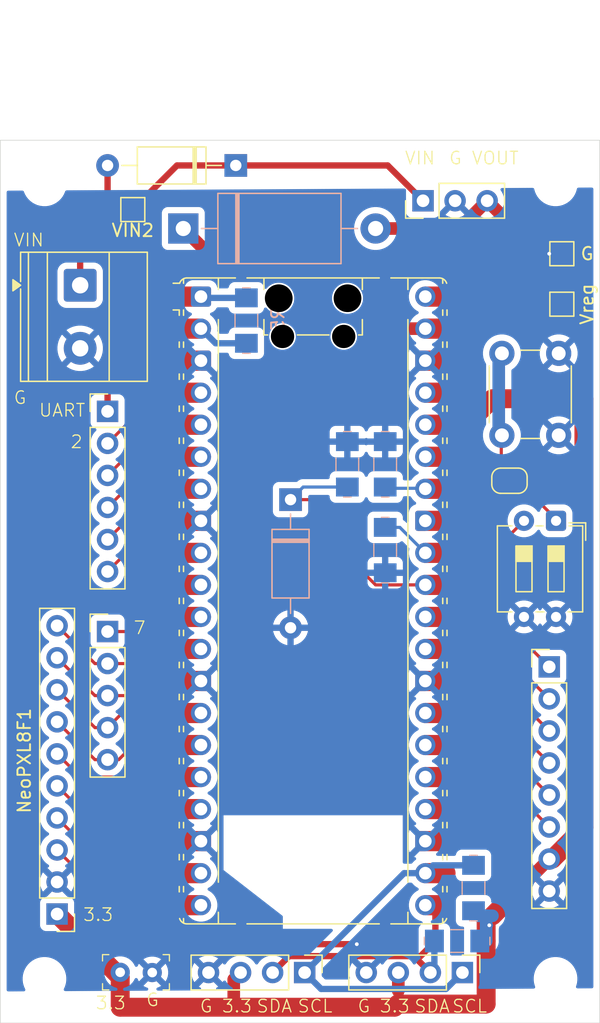
<source format=kicad_pcb>
(kicad_pcb (version 20241229) (generator "pcbnew") (generator_version "9.0")
  (layers (0 "F.Cu" signal) (2 "B.Cu" signal) (13 "F.Paste" user) (15 "B.Paste" user) (5 "F.SilkS" user "F.Silkscreen") (7 "B.SilkS" user "B.Silkscreen") (1 "F.Mask" user) (3 "B.Mask" user) (25 "Edge.Cuts" user))
  (net 0 "")
  (net 1 "+5V")
  (net 2 "Net-(D1-K)")
  (net 3 "Net-(D2-K)")
  (net 4 "Net-(D2-A)")
  (net 5 "GND")
  (net 6 "Net-(D4-K)")
  (net 7 "+3.3V")
  (net 8 "Net-(J1-Pin_5)")
  (net 9 "Net-(J1-Pin_3)")
  (net 10 "Net-(J1-Pin_4)")
  (net 11 "Net-(J2-Pin_6)")
  (net 12 "Net-(J2-Pin_2)")
  (net 13 "Net-(J2-Pin_5)")
  (net 14 "Net-(J2-Pin_4)")
  (net 15 "Net-(J2-Pin_3)")
  (net 16 "Net-(JP1-A)")
  (net 22 "Net-(NeoPXL8F1-Pin_5)")
  (net 23 "Net-(NeoPXL8F1-Pin_3)")
  (net 24 "Net-(NeoPXL8F1-Pin_4)")
  (net 30 "Net-(J1-Pin_2)")
  (net 31 "Net-(J1-Pin_1)")
  (net 32 "Net-(J5-Pin_5)")
  (net 33 "Net-(J5-Pin_3)")
  (net 34 "Net-(J5-Pin_4)")
  (net 35 "Net-(J5-Pin_1)")
  (net 36 "Net-(J5-Pin_2)")
  (net 37 "Net-(J1-Pin_6)")
  (net 38 "Net-(NeoPXL8F1-Pin_6)")
  (net 39 "Net-(U1-GPIO0)")
  (net 40 "/SDA")
  (net 41 "/I2C")
  (net 42 "Net-(JP1-B)")
  (net 43 "Net-(U1-GPIO27_ADC1)")
  (footprint "TerminalBlock_Phoenix:TerminalBlock_Phoenix_MKDS-1,5-2_1x02_P5.00mm_Horizontal" (layer "F.Cu") (at 143.8275 60.5 -90)
    (property "Reference" "Vin1" (hide yes))
    (property "Value" "Screw_Terminal_01x02" (hide yes))
    (pad "1" thru_hole roundrect (at 0 0 270) (size 2.6 2.6) (drill 1.3) (layers "*.Cu" "*.Mask") (roundrect_rratio 0.096154) (net 4 "Net-(D2-A)"))
    (pad "2" thru_hole circle (at 5 0 270) (size 2.6 2.6) (drill 1.3) (layers "*.Cu" "*.Mask") (net 5 "GND"))
  )
  (footprint "TestPoint:TestPoint_Pad_1.5x1.5mm" (layer "F.Cu") (at 148 54.5 180)
    (property "Reference" "VIN2" (at 0 -1.648 0) (layer "F.SilkS"))
    (property "Value" "TestPoint" (hide yes))
    (pad "1" smd rect (at 0 0 180) (size 1.5 1.5) (layers "F.Cu" "F.Mask") (net 3 "Net-(D2-K)"))
  )
  (footprint "MountingHole:MountingHole_3.2mm_M3" (layer "F.Cu") (at 181.5 115.5 180)
    (property "Reference" "H1" (hide yes))
    (property "Value" "MountingHole" (hide yes))
    (pad "" np_thru_hole circle (at 0 0 180) (size 3.2 3.2) (drill 3.2) (layers "*.Cu" "*.Mask"))
  )
  (footprint "MountingHole:MountingHole_3.2mm_M3" (layer "F.Cu") (at 141 52.5 180)
    (property "Reference" "H2" (hide yes))
    (property "Value" "MountingHole" (hide yes))
    (pad "" np_thru_hole circle (at 0 0 180) (size 3.2 3.2) (drill 3.2) (layers "*.Cu" "*.Mask"))
  )
  (footprint "Connector_PinHeader_2.54mm:PinHeader_1x10_P2.54mm_Vertical" (layer "F.Cu") (at 142 110.36 180)
    (property "Reference" "NeoPXL8F1" (at 2.6 12.16 90) (layer "F.SilkS"))
    (property "Value" "Conn_01x10_Socket" (hide yes))
    (pad "1" thru_hole rect (at 0 0 180) (size 1.7 1.7) (drill 1) (layers "*.Cu" "*.Mask") (net 7 "+3.3V"))
    (pad "2" thru_hole circle (at 0 2.54 180) (size 1.7 1.7) (drill 1) (layers "*.Cu" "*.Mask") (net 5 "GND"))
    (pad "3" thru_hole circle (at 0 5.08 180) (size 1.7 1.7) (drill 1) (layers "*.Cu" "*.Mask") (net 23 "Net-(NeoPXL8F1-Pin_3)"))
    (pad "4" thru_hole circle (at 0 7.62 180) (size 1.7 1.7) (drill 1) (layers "*.Cu" "*.Mask") (net 24 "Net-(NeoPXL8F1-Pin_4)"))
    (pad "5" thru_hole circle (at 0 10.16 180) (size 1.7 1.7) (drill 1) (layers "*.Cu" "*.Mask") (net 22 "Net-(NeoPXL8F1-Pin_5)"))
    (pad "6" thru_hole circle (at 0 12.7 180) (size 1.7 1.7) (drill 1) (layers "*.Cu" "*.Mask") (net 38 "Net-(NeoPXL8F1-Pin_6)"))
    (pad "7" thru_hole circle (at 0 15.24 180) (size 1.7 1.7) (drill 1) (layers "*.Cu" "*.Mask") (net 32 "Net-(J5-Pin_5)"))
    (pad "8" thru_hole circle (at 0 17.78 180) (size 1.7 1.7) (drill 1) (layers "*.Cu" "*.Mask") (net 34 "Net-(J5-Pin_4)"))
    (pad "9" thru_hole circle (at 0 20.32 180) (size 1.7 1.7) (drill 1) (layers "*.Cu" "*.Mask") (net 33 "Net-(J5-Pin_3)"))
    (pad "10" thru_hole circle (at 0 22.86 180) (size 1.7 1.7) (drill 1) (layers "*.Cu" "*.Mask") (net 36 "Net-(J5-Pin_2)"))
  )
  (footprint "Connector_PinHeader_2.54mm:PinHeader_1x06_P2.54mm_Vertical" (layer "F.Cu") (at 146 70.5)
    (property "Reference" "J1" (hide yes))
    (property "Value" "Conn_01x06_Pin" (hide yes))
    (pad "1" thru_hole rect (at 0 0) (size 1.7 1.7) (drill 1) (layers "*.Cu" "*.Mask") (net 31 "Net-(J1-Pin_1)"))
    (pad "2" thru_hole circle (at 0 2.54) (size 1.7 1.7) (drill 1) (layers "*.Cu" "*.Mask") (net 30 "Net-(J1-Pin_2)"))
    (pad "3" thru_hole circle (at 0 5.08) (size 1.7 1.7) (drill 1) (layers "*.Cu" "*.Mask") (net 9 "Net-(J1-Pin_3)"))
    (pad "4" thru_hole circle (at 0 7.62) (size 1.7 1.7) (drill 1) (layers "*.Cu" "*.Mask") (net 10 "Net-(J1-Pin_4)"))
    (pad "5" thru_hole circle (at 0 10.16) (size 1.7 1.7) (drill 1) (layers "*.Cu" "*.Mask") (net 8 "Net-(J1-Pin_5)"))
    (pad "6" thru_hole circle (at 0 12.7) (size 1.7 1.7) (drill 1) (layers "*.Cu" "*.Mask") (net 37 "Net-(J1-Pin_6)"))
  )
  (footprint "Connector_PinHeader_2.54mm:PinHeader_1x08_P2.54mm_Vertical" (layer "F.Cu") (at 181 90.76)
    (property "Reference" "J2" (hide yes))
    (property "Value" "Conn_01x08_Socket" (hide yes))
    (pad "1" thru_hole rect (at 0 0) (size 1.7 1.7) (drill 1) (layers "*.Cu" "*.Mask") (net 6 "Net-(D4-K)"))
    (pad "2" thru_hole circle (at 0 2.54) (size 1.7 1.7) (drill 1) (layers "*.Cu" "*.Mask") (net 12 "Net-(J2-Pin_2)"))
    (pad "3" thru_hole circle (at 0 5.08) (size 1.7 1.7) (drill 1) (layers "*.Cu" "*.Mask") (net 15 "Net-(J2-Pin_3)"))
    (pad "4" thru_hole circle (at 0 7.62) (size 1.7 1.7) (drill 1) (layers "*.Cu" "*.Mask") (net 14 "Net-(J2-Pin_4)"))
    (pad "5" thru_hole circle (at 0 10.16) (size 1.7 1.7) (drill 1) (layers "*.Cu" "*.Mask") (net 13 "Net-(J2-Pin_5)"))
    (pad "6" thru_hole circle (at 0 12.7) (size 1.7 1.7) (drill 1) (layers "*.Cu" "*.Mask") (net 11 "Net-(J2-Pin_6)"))
    (pad "7" thru_hole circle (at 0 15.24) (size 1.7 1.7) (drill 1) (layers "*.Cu" "*.Mask") (net 7 "+3.3V"))
    (pad "8" thru_hole circle (at 0 17.78) (size 1.7 1.7) (drill 1) (layers "*.Cu" "*.Mask") (net 5 "GND"))
  )
  (footprint "Connector_PinHeader_2.54mm:PinHeader_1x03_P2.54mm_Vertical" (layer "F.Cu") (at 171 53.8 90)
    (property "Reference" "VReg1" (hide yes))
    (property "Value" "Conn_01x03_Pin" (hide yes))
    (pad "1" thru_hole rect (at 0 0 90) (size 1.7 1.7) (drill 1) (layers "*.Cu" "*.Mask") (net 3 "Net-(D2-K)"))
    (pad "2" thru_hole circle (at 0 2.54 90) (size 1.7 1.7) (drill 1) (layers "*.Cu" "*.Mask") (net 5 "GND"))
    (pad "3" thru_hole circle (at 0 5.08 90) (size 1.7 1.7) (drill 1) (layers "*.Cu" "*.Mask") (net 1 "+5V"))
  )
  (footprint "MountingHole:MountingHole_3.2mm_M3" (layer "F.Cu") (at 141 115.5 180)
    (property "Reference" "H3" (hide yes))
    (property "Value" "MountingHole" (hide yes))
    (pad "" np_thru_hole circle (at 0 0 180) (size 3.2 3.2) (drill 3.2) (layers "*.Cu" "*.Mask"))
  )
  (footprint "Connector_PinHeader_2.54mm:PinHeader_1x04_P2.54mm_Vertical" (layer "F.Cu") (at 174.12 115 -90)
    (property "Reference" "I2C1" (hide yes))
    (property "Value" "Conn_01x04_Pin" (hide yes))
    (pad "1" thru_hole rect (at 0 0 270) (size 1.7 1.7) (drill 1) (layers "*.Cu" "*.Mask") (net 41 "/I2C"))
    (pad "2" thru_hole circle (at 0 2.54 270) (size 1.7 1.7) (drill 1) (layers "*.Cu" "*.Mask") (net 40 "/SDA"))
    (pad "3" thru_hole circle (at 0 5.08 270) (size 1.7 1.7) (drill 1) (layers "*.Cu" "*.Mask") (net 7 "+3.3V"))
    (pad "4" thru_hole circle (at 0 7.62 270) (size 1.7 1.7) (drill 1) (layers "*.Cu" "*.Mask") (net 5 "GND"))
  )
  (footprint "TestPoint:TestPoint_Pad_1.5x1.5mm" (layer "F.Cu") (at 182 62 180)
    (property "Reference" "Vreg" (at -2 0 90) (layer "F.SilkS"))
    (property "Value" "TestPoint" (hide yes))
    (pad "1" smd rect (at 0 0 180) (size 1.5 1.5) (layers "F.Cu" "F.Mask") (net 1 "+5V"))
  )
  (footprint "digikey-footprints:PinHeader_1x2_P2.54mm" (layer "F.Cu") (at 147 114.98)
    (property "Reference" "J4" (hide yes))
    (property "Value" "Conn_01x02_Socket" (hide yes))
    (pad "1" thru_hole circle (at 0 0) (size 1.524 1.524) (drill 0.762) (layers "*.Cu" "*.Mask") (net 7 "+3.3V"))
    (pad "2" thru_hole circle (at 2.54 0.02) (size 1.524 1.524) (drill 0.762) (layers "*.Cu" "*.Mask") (net 5 "GND"))
  )
  (footprint "Button_Switch_THT:SW_DIP_SPSTx02_Slide_6.7x6.64mm_W7.62mm_P2.54mm_LowProfile" (layer "F.Cu") (at 181.54 79.18 -90)
    (property "Reference" "SW2" (hide yes))
    (property "Value" "SW_DIP_x02" (hide yes))
    (pad "1" thru_hole roundrect (at 0 0 270) (size 1.6 1.6) (drill 0.8) (layers "*.Cu" "*.Mask") (roundrect_rratio 0.15625) (net 16 "Net-(JP1-A)"))
    (pad "2" thru_hole circle (at 0 2.54 270) (size 1.6 1.6) (drill 0.8) (layers "*.Cu" "*.Mask") (net 43 "Net-(U1-GPIO27_ADC1)"))
    (pad "3" thru_hole circle (at 7.62 2.54 270) (size 1.6 1.6) (drill 0.8) (layers "*.Cu" "*.Mask") (net 5 "GND"))
    (pad "4" thru_hole circle (at 7.62 0 270) (size 1.6 1.6) (drill 0.8) (layers "*.Cu" "*.Mask") (net 5 "GND"))
  )
  (footprint "TestPoint:TestPoint_Pad_1.5x1.5mm" (layer "F.Cu") (at 182 58 180)
    (property "Reference" "G" (at -2 0 0) (layer "F.SilkS"))
    (property "Value" "TestPoint" (hide yes))
    (pad "1" smd rect (at 0 0 180) (size 1.5 1.5) (layers "F.Cu" "F.Mask") (net 5 "GND"))
  )
  (footprint "Connector_PinHeader_2.54mm:PinHeader_1x04_P2.54mm_Vertical" (layer "F.Cu") (at 161.62 115 -90)
    (property "Reference" "I2C2" (hide yes))
    (property "Value" "Conn_01x04_Pin" (hide yes))
    (pad "1" thru_hole rect (at 0 0 270) (size 1.7 1.7) (drill 1) (layers "*.Cu" "*.Mask") (net 41 "/I2C"))
    (pad "2" thru_hole circle (at 0 2.54 270) (size 1.7 1.7) (drill 1) (layers "*.Cu" "*.Mask") (net 40 "/SDA"))
    (pad "3" thru_hole circle (at 0 5.08 270) (size 1.7 1.7) (drill 1) (layers "*.Cu" "*.Mask") (net 7 "+3.3V"))
    (pad "4" thru_hole circle (at 0 7.62 270) (size 1.7 1.7) (drill 1) (layers "*.Cu" "*.Mask") (net 5 "GND"))
  )
  (footprint "Module:RaspberryPi_Pico_Common_Unspecified" (layer "F.Cu") (at 162.29 85.53)
    (property "Reference" "U1" (hide yes))
    (property "Value" "Pico")
    (pad "" np_thru_hole circle (at -2.725 -24) (size 2.2 2.2) (drill 2.2) (layers "*.Mask"))
    (pad "" np_thru_hole circle (at -2.425 -20.97) (size 1.85 1.85) (drill 1.85) (layers "*.Mask"))
    (pad "" np_thru_hole circle (at 2.425 -20.97) (size 1.85 1.85) (drill 1.85) (layers "*.Mask"))
    (pad "" np_thru_hole circle (at 2.725 -24) (size 2.2 2.2) (drill 2.2) (layers "*.Mask"))
    (pad "1" smd custom (at -9.69 -24.13) (size 1.6 0.8) (layers "F.Cu" "F.Mask") (net 39 "Net-(U1-GPIO0)") (options (clearance outline) (anchor rect)) (primitives (gr_circle (center 0.8 0) (end 1.6 0) (width 0) (fill yes)) (gr_poly (pts (xy -1.6 -0.6) (xy -1.6 0.6) (xy -1.4 0.8) (xy 0.8 0.8) (xy 0.8 -0.8) (xy -1.4 -0.8)) (width 0) (fill yes)) (gr_circle (center -1.4 -0.6) (end -1.2 -0.6) (width 0) (fill yes)) (gr_circle (center -1.4 0.6) (end -1.2 0.6) (width 0) (fill yes))))
    (pad "1" thru_hole roundrect (at -8.89 -24.13) (size 1.6 1.6) (drill 1) (layers "*.Cu" "*.Mask") (roundrect_rratio 0.125) (net 39 "Net-(U1-GPIO0)"))
    (pad "2" smd roundrect (at -9.69 -21.59) (size 3.2 1.6) (layers "F.Cu" "F.Mask") (roundrect_rratio 0.5) (net 31 "Net-(J1-Pin_1)"))
    (pad "2" thru_hole circle (at -8.89 -21.59) (size 1.6 1.6) (drill 1) (layers "*.Cu" "*.Mask") (net 31 "Net-(J1-Pin_1)"))
    (pad "3" smd custom (at -9.69 -19.05) (size 1.6 0.8) (layers "F.Cu" "F.Mask") (net 5 "GND") (options (clearance outline) (anchor rect)) (primitives (gr_circle (center -0.8 0) (end 0 0) (width 0) (fill yes)) (gr_poly (pts (xy 1.6 -0.6) (xy 1.6 0.6) (xy 1.4 0.8) (xy -0.8 0.8) (xy -0.8 -0.8) (xy 1.4 -0.8)) (width 0) (fill yes)) (gr_circle (center 1.4 -0.6) (end 1.6 -0.6) (width 0) (fill yes)) (gr_circle (center 1.4 0.6) (end 1.6 0.6) (width 0) (fill yes))))
    (pad "3" thru_hole custom (at -8.89 -19.05) (size 1.6 1.6) (drill 1) (layers "*.Cu" "*.Mask") (net 5 "GND") (options (clearance outline) (anchor circle)) (primitives (gr_poly (pts (xy 0.8 0.6) (xy 0.8 -0.6) (xy 0.6 -0.8) (xy 0 -0.8) (xy 0 0.8) (xy 0.6 0.8)) (width 0) (fill yes)) (gr_circle (center 0.6 0.6) (end 0.8 0.6) (width 0) (fill yes)) (gr_circle (center 0.6 -0.6) (end 0.8 -0.6) (width 0) (fill yes))))
    (pad "4" smd roundrect (at -9.69 -16.51) (size 3.2 1.6) (layers "F.Cu" "F.Mask") (roundrect_rratio 0.5) (net 30 "Net-(J1-Pin_2)"))
    (pad "4" thru_hole circle (at -8.89 -16.51) (size 1.6 1.6) (drill 1) (layers "*.Cu" "*.Mask") (net 30 "Net-(J1-Pin_2)"))
    (pad "5" smd roundrect (at -9.69 -13.97) (size 3.2 1.6) (layers "F.Cu" "F.Mask") (roundrect_rratio 0.5) (net 9 "Net-(J1-Pin_3)"))
    (pad "5" thru_hole circle (at -8.89 -13.97) (size 1.6 1.6) (drill 1) (layers "*.Cu" "*.Mask") (net 9 "Net-(J1-Pin_3)"))
    (pad "6" smd roundrect (at -9.69 -11.43) (size 3.2 1.6) (layers "F.Cu" "F.Mask") (roundrect_rratio 0.5) (net 10 "Net-(J1-Pin_4)"))
    (pad "6" thru_hole circle (at -8.89 -11.43) (size 1.6 1.6) (drill 1) (layers "*.Cu" "*.Mask") (net 10 "Net-(J1-Pin_4)"))
    (pad "7" smd roundrect (at -9.69 -8.89) (size 3.2 1.6) (layers "F.Cu" "F.Mask") (roundrect_rratio 0.5) (net 8 "Net-(J1-Pin_5)"))
    (pad "7" thru_hole circle (at -8.89 -8.89) (size 1.6 1.6) (drill 1) (layers "*.Cu" "*.Mask") (net 8 "Net-(J1-Pin_5)"))
    (pad "8" smd custom (at -9.69 -6.35) (size 1.6 0.8) (layers "F.Cu" "F.Mask") (net 5 "GND") (options (clearance outline) (anchor rect)) (primitives (gr_circle (center -0.8 0) (end 0 0) (width 0) (fill yes)) (gr_poly (pts (xy 1.6 -0.6) (xy 1.6 0.6) (xy 1.4 0.8) (xy -0.8 0.8) (xy -0.8 -0.8) (xy 1.4 -0.8)) (width 0) (fill yes)) (gr_circle (center 1.4 -0.6) (end 1.6 -0.6) (width 0) (fill yes)) (gr_circle (center 1.4 0.6) (end 1.6 0.6) (width 0) (fill yes))))
    (pad "8" thru_hole custom (at -8.89 -6.35) (size 1.6 1.6) (drill 1) (layers "*.Cu" "*.Mask") (net 5 "GND") (options (clearance outline) (anchor circle)) (primitives (gr_poly (pts (xy 0.8 0.6) (xy 0.8 -0.6) (xy 0.6 -0.8) (xy 0 -0.8) (xy 0 0.8) (xy 0.6 0.8)) (width 0) (fill yes)) (gr_circle (center 0.6 0.6) (end 0.8 0.6) (width 0) (fill yes)) (gr_circle (center 0.6 -0.6) (end 0.8 -0.6) (width 0) (fill yes))))
    (pad "9" smd roundrect (at -9.69 -3.81) (size 3.2 1.6) (layers "F.Cu" "F.Mask") (roundrect_rratio 0.5) (net 37 "Net-(J1-Pin_6)"))
    (pad "9" thru_hole circle (at -8.89 -3.81) (size 1.6 1.6) (drill 1) (layers "*.Cu" "*.Mask") (net 37 "Net-(J1-Pin_6)"))
    (pad "10" smd roundrect (at -9.69 -1.27) (size 3.2 1.6) (layers "F.Cu" "F.Mask") (roundrect_rratio 0.5) (net 35 "Net-(J5-Pin_1)"))
    (pad "10" thru_hole circle (at -8.89 -1.27) (size 1.6 1.6) (drill 1) (layers "*.Cu" "*.Mask") (net 35 "Net-(J5-Pin_1)"))
    (pad "11" smd roundrect (at -9.69 1.27) (size 3.2 1.6) (layers "F.Cu" "F.Mask") (roundrect_rratio 0.5) (net 36 "Net-(J5-Pin_2)"))
    (pad "11" thru_hole circle (at -8.89 1.27) (size 1.6 1.6) (drill 1) (layers "*.Cu" "*.Mask") (net 36 "Net-(J5-Pin_2)"))
    (pad "12" smd roundrect (at -9.69 3.81) (size 3.2 1.6) (layers "F.Cu" "F.Mask") (roundrect_rratio 0.5) (net 33 "Net-(J5-Pin_3)"))
    (pad "12" thru_hole circle (at -8.89 3.81) (size 1.6 1.6) (drill 1) (layers "*.Cu" "*.Mask") (net 33 "Net-(J5-Pin_3)"))
    (pad "13" smd custom (at -9.69 6.35) (size 1.6 0.8) (layers "F.Cu" "F.Mask") (net 5 "GND") (options (clearance outline) (anchor rect)) (primitives (gr_circle (center -0.8 0) (end 0 0) (width 0) (fill yes)) (gr_poly (pts (xy 1.6 -0.6) (xy 1.6 0.6) (xy 1.4 0.8) (xy -0.8 0.8) (xy -0.8 -0.8) (xy 1.4 -0.8)) (width 0) (fill yes)) (gr_circle (center 1.4 -0.6) (end 1.6 -0.6) (width 0) (fill yes)) (gr_circle (center 1.4 0.6) (end 1.6 0.6) (width 0) (fill yes))))
    (pad "13" thru_hole custom (at -8.89 6.35) (size 1.6 1.6) (drill 1) (layers "*.Cu" "*.Mask") (net 5 "GND") (options (clearance outline) (anchor circle)) (primitives (gr_poly (pts (xy 0.8 0.6) (xy 0.8 -0.6) (xy 0.6 -0.8) (xy 0 -0.8) (xy 0 0.8) (xy 0.6 0.8)) (width 0) (fill yes)) (gr_circle (center 0.6 0.6) (end 0.8 0.6) (width 0) (fill yes)) (gr_circle (center 0.6 -0.6) (end 0.8 -0.6) (width 0) (fill yes))))
    (pad "14" smd roundrect (at -9.69 8.89) (size 3.2 1.6) (layers "F.Cu" "F.Mask") (roundrect_rratio 0.5) (net 34 "Net-(J5-Pin_4)"))
    (pad "14" thru_hole circle (at -8.89 8.89) (size 1.6 1.6) (drill 1) (layers "*.Cu" "*.Mask") (net 34 "Net-(J5-Pin_4)"))
    (pad "15" smd roundrect (at -9.69 11.43) (size 3.2 1.6) (layers "F.Cu" "F.Mask") (roundrect_rratio 0.5) (net 32 "Net-(J5-Pin_5)"))
    (pad "15" thru_hole circle (at -8.89 11.43) (size 1.6 1.6) (drill 1) (layers "*.Cu" "*.Mask") (net 32 "Net-(J5-Pin_5)"))
    (pad "16" smd roundrect (at -9.69 13.97) (size 3.2 1.6) (layers "F.Cu" "F.Mask") (roundrect_rratio 0.5) (net 38 "Net-(NeoPXL8F1-Pin_6)"))
    (pad "16" thru_hole circle (at -8.89 13.97) (size 1.6 1.6) (drill 1) (layers "*.Cu" "*.Mask") (net 38 "Net-(NeoPXL8F1-Pin_6)"))
    (pad "17" smd roundrect (at -9.69 16.51) (size 3.2 1.6) (layers "F.Cu" "F.Mask") (roundrect_rratio 0.5) (net 22 "Net-(NeoPXL8F1-Pin_5)"))
    (pad "17" thru_hole circle (at -8.89 16.51) (size 1.6 1.6) (drill 1) (layers "*.Cu" "*.Mask") (net 22 "Net-(NeoPXL8F1-Pin_5)"))
    (pad "18" smd custom (at -9.69 19.05) (size 1.6 0.8) (layers "F.Cu" "F.Mask") (net 5 "GND") (options (clearance outline) (anchor rect)) (primitives (gr_circle (center -0.8 0) (end 0 0) (width 0) (fill yes)) (gr_poly (pts (xy 1.6 -0.6) (xy 1.6 0.6) (xy 1.4 0.8) (xy -0.8 0.8) (xy -0.8 -0.8) (xy 1.4 -0.8)) (width 0) (fill yes)) (gr_circle (center 1.4 -0.6) (end 1.6 -0.6) (width 0) (fill yes)) (gr_circle (center 1.4 0.6) (end 1.6 0.6) (width 0) (fill yes))))
    (pad "18" thru_hole custom (at -8.89 19.05) (size 1.6 1.6) (drill 1) (layers "*.Cu" "*.Mask") (net 5 "GND") (options (clearance outline) (anchor circle)) (primitives (gr_poly (pts (xy 0.8 0.6) (xy 0.8 -0.6) (xy 0.6 -0.8) (xy 0 -0.8) (xy 0 0.8) (xy 0.6 0.8)) (width 0) (fill yes)) (gr_circle (center 0.6 0.6) (end 0.8 0.6) (width 0) (fill yes)) (gr_circle (center 0.6 -0.6) (end 0.8 -0.6) (width 0) (fill yes))))
    (pad "19" smd roundrect (at -9.69 21.59) (size 3.2 1.6) (layers "F.Cu" "F.Mask") (roundrect_rratio 0.5) (net 24 "Net-(NeoPXL8F1-Pin_4)"))
    (pad "19" thru_hole circle (at -8.89 21.59) (size 1.6 1.6) (drill 1) (layers "*.Cu" "*.Mask") (net 24 "Net-(NeoPXL8F1-Pin_4)"))
    (pad "20" smd roundrect (at -9.69 24.13) (size 3.2 1.6) (layers "F.Cu" "F.Mask") (roundrect_rratio 0.5) (net 23 "Net-(NeoPXL8F1-Pin_3)"))
    (pad "20" thru_hole circle (at -8.89 24.13) (size 1.6 1.6) (drill 1) (layers "*.Cu" "*.Mask") (net 23 "Net-(NeoPXL8F1-Pin_3)"))
    (pad "21" thru_hole circle (at 8.89 24.13) (size 1.6 1.6) (drill 1) (layers "*.Cu" "*.Mask") (net 40 "/SDA"))
    (pad "21" smd roundrect (at 9.69 24.13) (size 3.2 1.6) (layers "F.Cu" "F.Mask") (roundrect_rratio 0.5) (net 40 "/SDA"))
    (pad "22" thru_hole circle (at 8.89 21.59) (size 1.6 1.6) (drill 1) (layers "*.Cu" "*.Mask") (net 41 "/I2C"))
    (pad "22" smd roundrect (at 9.69 21.59) (size 3.2 1.6) (layers "F.Cu" "F.Mask") (roundrect_rratio 0.5) (net 41 "/I2C"))
    (pad "23" thru_hole custom (at 8.89 19.05) (size 1.6 1.6) (drill 1) (layers "*.Cu" "*.Mask") (net 5 "GND") (options (clearance outline) (anchor circle)) (primitives (gr_poly (pts (xy -0.8 0.6) (xy -0.8 -0.6) (xy -0.6 -0.8) (xy 0 -0.8) (xy 0 0.8) (xy -0.6 0.8)) (width 0) (fill yes)) (gr_circle (center -0.6 0.6) (end -0.4 0.6) (width 0) (fill yes)) (gr_circle (center -0.6 -0.6) (end -0.4 -0.6) (width 0) (fill yes))))
    (pad "23" smd custom (at 9.69 19.05) (size 1.6 0.8) (layers "F.Cu" "F.Mask") (net 5 "GND") (options (clearance outline) (anchor rect)) (primitives (gr_circle (center 0.8 0) (end 1.6 0) (width 0) (fill yes)) (gr_poly (pts (xy -1.6 -0.6) (xy -1.6 0.6) (xy -1.4 0.8) (xy 0.8 0.8) (xy 0.8 -0.8) (xy -1.4 -0.8)) (width 0) (fill yes)) (gr_circle (center -1.4 -0.6) (end -1.2 -0.6) (width 0) (fill yes)) (gr_circle (center -1.4 0.6) (end -1.2 0.6) (width 0) (fill yes))))
    (pad "24" thru_hole circle (at 8.89 16.51) (size 1.6 1.6) (drill 1) (layers "*.Cu" "*.Mask") (net 11 "Net-(J2-Pin_6)"))
    (pad "24" smd roundrect (at 9.69 16.51) (size 3.2 1.6) (layers "F.Cu" "F.Mask") (roundrect_rratio 0.5) (net 11 "Net-(J2-Pin_6)"))
    (pad "25" thru_hole circle (at 8.89 13.97) (size 1.6 1.6) (drill 1) (layers "*.Cu" "*.Mask") (net 13 "Net-(J2-Pin_5)"))
    (pad "25" smd roundrect (at 9.69 13.97) (size 3.2 1.6) (layers "F.Cu" "F.Mask") (roundrect_rratio 0.5) (net 13 "Net-(J2-Pin_5)"))
    (pad "26" thru_hole circle (at 8.89 11.43) (size 1.6 1.6) (drill 1) (layers "*.Cu" "*.Mask") (net 14 "Net-(J2-Pin_4)"))
    (pad "26" smd roundrect (at 9.69 11.43) (size 3.2 1.6) (layers "F.Cu" "F.Mask") (roundrect_rratio 0.5) (net 14 "Net-(J2-Pin_4)"))
    (pad "27" thru_hole circle (at 8.89 8.89) (size 1.6 1.6) (drill 1) (layers "*.Cu" "*.Mask") (net 15 "Net-(J2-Pin_3)"))
    (pad "27" smd roundrect (at 9.69 8.89) (size 3.2 1.6) (layers "F.Cu" "F.Mask") (roundrect_rratio 0.5) (net 15 "Net-(J2-Pin_3)"))
    (pad "28" thru_hole custom (at 8.89 6.35) (size 1.6 1.6) (drill 1) (layers "*.Cu" "*.Mask") (net 5 "GND") (options (clearance outline) (anchor circle)) (primitives (gr_poly (pts (xy -0.8 0.6) (xy -0.8 -0.6) (xy -0.6 -0.8) (xy 0 -0.8) (xy 0 0.8) (xy -0.6 0.8)) (width 0) (fill yes)) (gr_circle (center -0.6 0.6) (end -0.4 0.6) (width 0) (fill yes)) (gr_circle (center -0.6 -0.6) (end -0.4 -0.6) (width 0) (fill yes))))
    (pad "28" smd custom (at 9.69 6.35) (size 1.6 0.8) (layers "F.Cu" "F.Mask") (net 5 "GND") (options (clearance outline) (anchor rect)) (primitives (gr_circle (center 0.8 0) (end 1.6 0) (width 0) (fill yes)) (gr_poly (pts (xy -1.6 -0.6) (xy -1.6 0.6) (xy -1.4 0.8) (xy 0.8 0.8) (xy 0.8 -0.8) (xy -1.4 -0.8)) (width 0) (fill yes)) (gr_circle (center -1.4 -0.6) (end -1.2 -0.6) (width 0) (fill yes)) (gr_circle (center -1.4 0.6) (end -1.2 0.6) (width 0) (fill yes))))
    (pad "29" thru_hole circle (at 8.89 3.81) (size 1.6 1.6) (drill 1) (layers "*.Cu" "*.Mask") (net 12 "Net-(J2-Pin_2)"))
    (pad "29" smd roundrect (at 9.69 3.81) (size 3.2 1.6) (layers "F.Cu" "F.Mask") (roundrect_rratio 0.5) (net 12 "Net-(J2-Pin_2)"))
    (pad "30" thru_hole circle (at 8.89 1.27) (size 1.6 1.6) (drill 1) (layers "*.Cu" "*.Mask"))
    (pad "30" smd roundrect (at 9.69 1.27) (size 3.2 1.6) (layers "F.Cu" "F.Mask") (roundrect_rratio 0.5))
    (pad "31" thru_hole circle (at 8.89 -1.27) (size 1.6 1.6) (drill 1) (layers "*.Cu" "*.Mask") (net 6 "Net-(D4-K)"))
    (pad "31" smd roundrect (at 9.69 -1.27) (size 3.2 1.6) (layers "F.Cu" "F.Mask") (roundrect_rratio 0.5) (net 6 "Net-(D4-K)"))
    (pad "32" thru_hole circle (at 8.89 -3.81) (size 1.6 1.6) (drill 1) (layers "*.Cu" "*.Mask") (net 43 "Net-(U1-GPIO27_ADC1)"))
    (pad "32" smd roundrect (at 9.69 -3.81) (size 3.2 1.6) (layers "F.Cu" "F.Mask") (roundrect_rratio 0.5) (net 43 "Net-(U1-GPIO27_ADC1)"))
    (pad "33" thru_hole custom (at 8.89 -6.35) (size 1.6 1.6) (drill 1) (layers "*.Cu" "*.Mask") (options (clearance outline) (anchor circle)) (primitives (gr_poly (pts (xy -0.8 0.6) (xy -0.8 -0.6) (xy -0.6 -0.8) (xy 0 -0.8) (xy 0 0.8) (xy -0.6 0.8)) (width 0) (fill yes)) (gr_circle (center -0.6 0.6) (end -0.4 0.6) (width 0) (fill yes)) (gr_circle (center -0.6 -0.6) (end -0.4 -0.6) (width 0) (fill yes))))
    (pad "33" smd custom (at 9.69 -6.35) (size 1.6 0.8) (layers "F.Cu" "F.Mask") (options (clearance outline) (anchor rect)) (primitives (gr_circle (center 0.8 0) (end 1.6 0) (width 0) (fill yes)) (gr_poly (pts (xy -1.6 -0.6) (xy -1.6 0.6) (xy -1.4 0.8) (xy 0.8 0.8) (xy 0.8 -0.8) (xy -1.4 -0.8)) (width 0) (fill yes)) (gr_circle (center -1.4 -0.6) (end -1.2 -0.6) (width 0) (fill yes)) (gr_circle (center -1.4 0.6) (end -1.2 0.6) (width 0) (fill yes))))
    (pad "34" thru_hole circle (at 8.89 -8.89) (size 1.6 1.6) (drill 1) (layers "*.Cu" "*.Mask") (net 42 "Net-(JP1-B)"))
    (pad "34" smd roundrect (at 9.69 -8.89) (size 3.2 1.6) (layers "F.Cu" "F.Mask") (roundrect_rratio 0.5) (net 42 "Net-(JP1-B)"))
    (pad "35" thru_hole circle (at 8.89 -11.43) (size 1.6 1.6) (drill 1) (layers "*.Cu" "*.Mask"))
    (pad "35" smd roundrect (at 9.69 -11.43) (size 3.2 1.6) (layers "F.Cu" "F.Mask") (roundrect_rratio 0.5))
    (pad "36" thru_hole circle (at 8.89 -13.97) (size 1.6 1.6) (drill 1) (layers "*.Cu" "*.Mask") (net 7 "+3.3V"))
    (pad "36" smd roundrect (at 9.69 -13.97) (size 3.2 1.6) (layers "F.Cu" "F.Mask") (roundrect_rratio 0.5) (net 7 "+3.3V"))
    (pad "37" thru_hole circle (at 8.89 -16.51) (size 1.6 1.6) (drill 1) (layers "*.Cu" "*.Mask"))
    (pad "37" smd roundrect (at 9.69 -16.51) (size 3.2 1.6) (layers "F.Cu" "F.Mask") (roundrect_rratio 0.5))
    (pad "38" thru_hole custom (at 8.89 -19.05) (size 1.6 1.6) (drill 1) (layers "*.Cu" "*.Mask") (net 5 "GND") (options (clearance outline) (anchor circle)) (primitives (gr_poly (pts (xy -0.8 0.6) (xy -0.8 -0.6) (xy -0.6 -0.8) (xy 0 -0.8) (xy 0 0.8) (xy -0.6 0.8)) (width 0) (fill yes)) (gr_circle (center -0.6 0.6) (end -0.4 0.6) (width 0) (fill yes)) (gr_circle (center -0.6 -0.6) (end -0.4 -0.6) (width 0) (fill yes))))
    (pad "38" smd custom (at 9.69 -19.05) (size 1.6 0.8) (layers "F.Cu" "F.Mask") (net 5 "GND") (options (clearance outline) (anchor rect)) (primitives (gr_circle (center 0.8 0) (end 1.6 0) (width 0) (fill yes)) (gr_poly (pts (xy -1.6 -0.6) (xy -1.6 0.6) (xy -1.4 0.8) (xy 0.8 0.8) (xy 0.8 -0.8) (xy -1.4 -0.8)) (width 0) (fill yes)) (gr_circle (center -1.4 -0.6) (end -1.2 -0.6) (width 0) (fill yes)) (gr_circle (center -1.4 0.6) (end -1.2 0.6) (width 0) (fill yes))))
    (pad "39" thru_hole circle (at 8.89 -21.59) (size 1.6 1.6) (drill 1) (layers "*.Cu" "*.Mask") (net 2 "Net-(D1-K)"))
    (pad "39" smd roundrect (at 9.69 -21.59) (size 3.2 1.6) (layers "F.Cu" "F.Mask") (roundrect_rratio 0.5) (net 2 "Net-(D1-K)"))
    (pad "40" thru_hole circle (at 8.89 -24.13) (size 1.6 1.6) (drill 1) (layers "*.Cu" "*.Mask"))
    (pad "40" smd roundrect (at 9.69 -24.13) (size 3.2 1.6) (layers "F.Cu" "F.Mask") (roundrect_rratio 0.5))
    (zone (net 0) (net_name "") (layers "F.Cu" "B.Cu" "F.Paste" "B.Paste") (name "Antenna Copper Keep Out") (connect_pads (clearance 0)) (min_thickness 0.254)
      (keepout (tracks not_allowed) (vias not_allowed) (pads not_allowed) (copperpour not_allowed) (footprints allowed))
      (fill (thermal_gap 0.508) (thermal_bridge_width 0.508))
      (polygon (pts (xy 159.89 110.519895) (xy 155.19 106.869895) (xy 155.19 102.53) (xy 169.39 102.53) (xy 169.39 106.869895) (xy 164.69 110.519895) (xy 164.69 111.53) (xy 159.89 111.53)))
    )
  )
  (footprint "Jumper:SolderJumper-2_P1.3mm_Open_RoundedPad1.0x1.5mm" (layer "F.Cu") (at 177.85 76 180)
    (property "Reference" "JP1" (hide yes))
    (property "Value" "SolderJumper_2_Open" (hide yes))
    (pad "1" smd custom (at -0.65 0 180) (size 1 0.5) (layers "F.Cu" "F.Mask") (net 16 "Net-(JP1-A)") (options (clearance outline) (anchor rect)) (primitives (gr_circle (center 0 0.25) (end 0.5 0.25) (width 0) (fill yes)) (gr_circle (center 0 -0.25) (end 0.5 -0.25) (width 0) (fill yes)) (gr_poly (pts (xy 0.5 0.75) (xy 0 0.75) (xy 0 -0.75) (xy 0.5 -0.75)) (width 0) (fill yes))))
    (pad "2" smd custom (at 0.65 0 180) (size 1 0.5) (layers "F.Cu" "F.Mask") (net 42 "Net-(JP1-B)") (options (clearance outline) (anchor rect)) (primitives (gr_circle (center 0 0.25) (end 0.5 0.25) (width 0) (fill yes)) (gr_circle (center 0 -0.25) (end 0.5 -0.25) (width 0) (fill yes)) (gr_poly (pts (xy 0 0.75) (xy -0.5 0.75) (xy -0.5 -0.75) (xy 0 -0.75)) (width 0) (fill yes))))
  )
  (footprint "Diode_THT:D_A-405_P10.16mm_Horizontal" (layer "F.Cu") (at 156.16 51 180)
    (property "Reference" "D2" (hide yes))
    (property "Value" "D" (hide yes))
    (pad "1" thru_hole rect (at 0 0 180) (size 1.8 1.8) (drill 0.9) (layers "*.Cu" "*.Mask") (net 3 "Net-(D2-K)"))
    (pad "2" thru_hole oval (at 10.16 0 180) (size 1.8 1.8) (drill 0.9) (layers "*.Cu" "*.Mask") (net 4 "Net-(D2-A)"))
  )
  (footprint "Connector_PinHeader_2.54mm:PinHeader_1x05_P2.54mm_Vertical" (layer "F.Cu") (at 146 87.96)
    (property "Reference" "J5" (hide yes))
    (property "Value" "Conn_01x05_Pin" (hide yes))
    (pad "1" thru_hole rect (at 0 0) (size 1.7 1.7) (drill 1) (layers "*.Cu" "*.Mask") (net 35 "Net-(J5-Pin_1)"))
    (pad "2" thru_hole circle (at 0 2.54) (size 1.7 1.7) (drill 1) (layers "*.Cu" "*.Mask") (net 36 "Net-(J5-Pin_2)"))
    (pad "3" thru_hole circle (at 0 5.08) (size 1.7 1.7) (drill 1) (layers "*.Cu" "*.Mask") (net 33 "Net-(J5-Pin_3)"))
    (pad "4" thru_hole circle (at 0 7.62) (size 1.7 1.7) (drill 1) (layers "*.Cu" "*.Mask") (net 34 "Net-(J5-Pin_4)"))
    (pad "5" thru_hole circle (at 0 10.16) (size 1.7 1.7) (drill 1) (layers "*.Cu" "*.Mask") (net 32 "Net-(J5-Pin_5)"))
  )
  (footprint "MountingHole:MountingHole_3.2mm_M3" (layer "F.Cu") (at 181.5 52.5 180)
    (property "Reference" "H4" (hide yes))
    (property "Value" "MountingHole" (hide yes))
    (pad "" np_thru_hole circle (at 0 0 180) (size 3.2 3.2) (drill 3.2) (layers "*.Cu" "*.Mask"))
  )
  (footprint "Button_Switch_THT:SW_PUSH_6mm" (layer "F.Cu") (at 177.25 72.4 90)
    (property "Reference" "SW1" (hide yes))
    (property "Value" "SW_Push" (hide yes))
    (pad "1" thru_hole circle (at 0 0 180) (size 2 2) (drill 1.1) (layers "*.Cu" "*.Mask") (net 42 "Net-(JP1-B)"))
    (pad "1" thru_hole circle (at 6.5 0 180) (size 2 2) (drill 1.1) (layers "*.Cu" "*.Mask") (net 42 "Net-(JP1-B)"))
    (pad "2" thru_hole circle (at 0 4.5 180) (size 2 2) (drill 1.1) (layers "*.Cu" "*.Mask") (net 5 "GND"))
    (pad "2" thru_hole circle (at 6.5 4.5 180) (size 2 2) (drill 1.1) (layers "*.Cu" "*.Mask") (net 5 "GND"))
  )
  (footprint "Diode_THT:D_A-405_P10.16mm_Horizontal" (layer "B.Cu") (at 160.5 77.5 -90)
    (property "Reference" "D4" (hide yes))
    (property "Value" "D" (hide yes))
    (pad "1" thru_hole rect (at 0 0 270) (size 1.8 1.8) (drill 0.9) (layers "*.Cu" "*.Mask") (net 6 "Net-(D4-K)"))
    (pad "2" thru_hole oval (at 10.16 0 270) (size 1.8 1.8) (drill 0.9) (layers "*.Cu" "*.Mask") (net 5 "GND"))
  )
  (footprint "Diode_THT:D_DO-27_P15.24mm_Horizontal" (layer "B.Cu") (at 152 56)
    (property "Reference" "D1" (hide yes))
    (property "Value" "D_Schottky")
    (pad "1" thru_hole rect (at 0 0) (size 2.4 2.4) (drill 1.2) (layers "*.Cu" "*.Mask") (net 2 "Net-(D1-K)"))
    (pad "2" thru_hole oval (at 15.24 0) (size 2.4 2.4) (drill 1.2) (layers "*.Cu" "*.Mask") (net 1 "+5V"))
  )
  (footprint "digikey-footprints:1206" (layer "B.Cu") (at 175 108.3 -90)
    (property "Reference" "R4" (hide yes))
    (property "Value" "R")
    (pad "1" smd rect (at -1.8 0 270) (size 1.5 1.8) (layers "B.Cu" "B.Mask" "B.Paste") (net 41 "/I2C"))
    (pad "2" smd rect (at 1.8 0 270) (size 1.5 1.8) (layers "B.Cu" "B.Mask" "B.Paste") (net 7 "+3.3V"))
  )
  (footprint "digikey-footprints:1206" (layer "B.Cu") (at 168 81.5 90)
    (property "Reference" "R6" (hide yes))
    (property "Value" "R" (hide yes))
    (pad "1" smd rect (at -1.8 0 90) (size 1.5 1.8) (layers "B.Cu" "B.Mask" "B.Paste") (net 5 "GND"))
    (pad "2" smd rect (at 1.8 0 90) (size 1.5 1.8) (layers "B.Cu" "B.Mask" "B.Paste") (net 43 "Net-(U1-GPIO27_ADC1)"))
  )
  (footprint "digikey-footprints:1206" (layer "B.Cu") (at 173.7 112.5 180)
    (property "Reference" "R3" (hide yes))
    (property "Value" "R" (hide yes))
    (pad "1" smd rect (at -1.8 0 180) (size 1.5 1.8) (layers "B.Cu" "B.Mask" "B.Paste") (net 7 "+3.3V"))
    (pad "2" smd rect (at 1.8 0 180) (size 1.5 1.8) (layers "B.Cu" "B.Mask" "B.Paste") (net 40 "/SDA"))
  )
  (footprint "digikey-footprints:1206" (layer "B.Cu") (at 168 74.7 -90)
    (property "Reference" "R2" (hide yes))
    (property "Value" "R" (hide yes))
    (pad "1" smd rect (at -1.8 0 270) (size 1.5 1.8) (layers "B.Cu" "B.Mask" "B.Paste") (net 5 "GND"))
    (pad "2" smd rect (at 1.8 0 270) (size 1.5 1.8) (layers "B.Cu" "B.Mask" "B.Paste") (net 42 "Net-(JP1-B)"))
  )
  (footprint "digikey-footprints:1206" (layer "B.Cu") (at 165 74.7 -90)
    (property "Reference" "R1" (hide yes))
    (property "Value" "R" (hide yes))
    (pad "1" smd rect (at -1.8 0 270) (size 1.5 1.8) (layers "B.Cu" "B.Mask" "B.Paste") (net 5 "GND"))
    (pad "2" smd rect (at 1.8 0 270) (size 1.5 1.8) (layers "B.Cu" "B.Mask" "B.Paste") (net 6 "Net-(D4-K)"))
  )
  (footprint "digikey-footprints:1206" (layer "B.Cu") (at 157 63.3 90)
    (property "Reference" "R5" (at 0.1 2.5 90) (layer "B.SilkS") (effects (justify mirror)))
    (property "Value" "1K")
    (pad "1" smd rect (at -1.8 0 90) (size 1.5 1.8) (layers "B.Cu" "B.Mask" "B.Paste") (net 31 "Net-(J1-Pin_1)"))
    (pad "2" smd rect (at 1.8 0 90) (size 1.5 1.8) (layers "B.Cu" "B.Mask" "B.Paste") (net 39 "Net-(U1-GPIO0)"))
  )
  (gr_rect (start 137.5 49) (end 185 119) (stroke (width 0.05)) (fill no) (layer "Edge.Cuts"))
  (gr_text "SDA" (at 157.75 118.25 0) (layer "F.SilkS") (effects (font (size 1 1) (thickness 0.1)) (justify left bottom)))
  (gr_text "VOUT" (at 174.8 51 0) (layer "F.SilkS") (effects (font (size 1 1) (thickness 0.1)) (justify left bottom)))
  (gr_text "VIN" (at 169.5 51 0) (layer "F.SilkS") (effects (font (size 1 1) (thickness 0.1)) (justify left bottom)))
  (gr_text "2" (at 143 73.5 0) (layer "F.SilkS") (effects (font (size 1 1) (thickness 0.1)) (justify left bottom)))
  (gr_text "3.3" (at 145 118 0) (layer "F.SilkS") (effects (font (size 1 1) (thickness 0.1)) (justify left bottom)))
  (gr_text "G" (at 165.75 118.25 0) (layer "F.SilkS") (effects (font (size 1 1) (thickness 0.1)) (justify left bottom)))
  (gr_text "SCL" (at 173.25 118.25 0) (layer "F.SilkS") (effects (font (size 1 1) (thickness 0.1)) (justify left bottom)))
  (gr_text "G" (at 138.5 70 0) (layer "F.SilkS") (effects (font (size 1 1) (thickness 0.1)) (justify left bottom)))
  (gr_text "SCL" (at 161 118.25 0) (layer "F.SilkS") (effects (font (size 1 1) (thickness 0.1)) (justify left bottom)))
  (gr_text "UART" (at 140.5 71 0) (layer "F.SilkS") (effects (font (size 1 1) (thickness 0.1)) (justify left bottom)))
  (gr_text "VIN" (at 138.5 57.5 0) (layer "F.SilkS") (effects (font (size 1 1) (thickness 0.1)) (justify left bottom)))
  (gr_text "3.3" (at 167.5 118.25 0) (layer "F.SilkS") (effects (font (size 1 1) (thickness 0.1)) (justify left bottom)))
  (gr_text "G" (at 173 51 0) (layer "F.SilkS") (effects (font (size 1 1) (thickness 0.1)) (justify left bottom)))
  (gr_text "G" (at 153.25 118.25 0) (layer "F.SilkS") (effects (font (size 1 1) (thickness 0.1)) (justify left bottom)))
  (gr_text "7" (at 148 88.25 0) (layer "F.SilkS") (effects (font (size 1 1) (thickness 0.1)) (justify left bottom)))
  (gr_text "G" (at 149 117.75 0) (layer "F.SilkS") (effects (font (size 1 1) (thickness 0.1)) (justify left bottom)))
  (gr_text "3.3" (at 144 111 0) (layer "F.SilkS") (effects (font (size 1 1) (thickness 0.1)) (justify left bottom)))
  (gr_text "3.3" (at 155 118.25 0) (layer "F.SilkS") (effects (font (size 1 1) (thickness 0.1)) (justify left bottom)))
  (gr_text "SDA" (at 170.25 118.25 0) (layer "F.SilkS") (effects (font (size 1 1) (thickness 0.1)) (justify left bottom)))
  (segment (start 182 61.5) (end 179 61.5) (width 1) (layer "F.Cu") (net 1))
  (segment (start 179 61.5) (end 179 56.72) (width 1) (layer "F.Cu") (net 1))
  (segment (start 173.88 56) (end 167.24 56) (width 1) (layer "F.Cu") (net 1))
  (segment (start 179 56.72) (end 176.08 53.8) (width 1) (layer "F.Cu") (net 1))
  (segment (start 176.08 53.8) (end 173.88 56) (width 1) (layer "F.Cu") (net 1))
  (segment (start 154 58) (end 165.5 58) (width 1) (layer "F.Cu") (net 2))
  (segment (start 169.44 63.94) (end 171.18 63.94) (width 1) (layer "F.Cu") (net 2))
  (segment (start 169 63.5) (end 169.44 63.94) (width 1) (layer "F.Cu") (net 2))
  (segment (start 165.5 58) (end 169 61.5) (width 1) (layer "F.Cu") (net 2))
  (segment (start 152 56) (end 154 58) (width 1) (layer "F.Cu") (net 2))
  (segment (start 169 61.5) (end 169 63.5) (width 1) (layer "F.Cu") (net 2))
  (segment (start 151.5 51) (end 156.16 51) (width 0.5) (layer "F.Cu") (net 3))
  (segment (start 156.16 51) (end 168.2 51) (width 0.5) (layer "F.Cu") (net 3))
  (segment (start 168.2 51) (end 171 53.8) (width 0.5) (layer "F.Cu") (net 3))
  (segment (start 148 54.5) (end 151.5 51) (width 0.5) (layer "F.Cu") (net 3))
  (segment (start 146 54.5) (end 146 51) (width 0.5) (layer "F.Cu") (net 4))
  (segment (start 143.8275 56.6725) (end 146 54.5) (width 0.5) (layer "F.Cu") (net 4))
  (segment (start 143.8275 60.5) (end 143.8275 56.6725) (width 0.5) (layer "F.Cu") (net 4))
  (segment (start 156.25 112.75) (end 154 115) (width 0.5) (layer "F.Cu") (net 5))
  (segment (start 182 58) (end 181 58) (width 0.5) (layer "F.Cu") (net 5))
  (segment (start 165.75 112.75) (end 156.25 112.75) (width 0.5) (layer "F.Cu") (net 5))
  (via (at 165.75 112.75) (size 0.6) (drill 0.3) (layers "F.Cu" "B.Cu") (net 5))
  (via (at 181 58) (size 0.6) (drill 0.3) (layers "F.Cu" "B.Cu") (net 5))
  (segment (start 163 77.5) (end 166 80.5) (width 0.25) (layer "F.Cu") (net 6))
  (segment (start 171.98 84.26) (end 174.5 84.26) (width 0.25) (layer "F.Cu") (net 6))
  (segment (start 174.5 84.26) (end 181 90.76) (width 0.25) (layer "F.Cu") (net 6))
  (segment (start 166 80.5) (end 166 83.02) (width 0.25) (layer "F.Cu") (net 6))
  (segment (start 160.5 77.5) (end 163 77.5) (width 0.25) (layer "F.Cu") (net 6))
  (segment (start 167.24 84.26) (end 171.18 84.26) (width 0.25) (layer "F.Cu") (net 6))
  (segment (start 166 83.02) (end 167.24 84.26) (width 0.25) (layer "F.Cu") (net 6))
  (segment (start 161.5 76.5) (end 160.5 77.5) (width 0.25) (layer "B.Cu") (net 6))
  (segment (start 165 76.5) (end 161.5 76.5) (width 0.25) (layer "B.Cu") (net 6))
  (segment (start 176 117.5) (end 169 117.5) (width 1.5) (layer "F.Cu") (net 7))
  (segment (start 147 114.98) (end 147 115) (width 1) (layer "F.Cu") (net 7))
  (segment (start 176 111) (end 176.5 110.5) (width 1) (layer "F.Cu") (net 7))
  (segment (start 181 106) (end 181.249 106) (width 1.5) (layer "F.Cu") (net 7))
  (segment (start 168.751 117.749) (end 147 117.749) (width 1.5) (layer "F.Cu") (net 7))
  (segment (start 169 117.5) (end 168.751 117.749) (width 1.5) (layer "F.Cu") (net 7))
  (segment (start 177 110) (end 181 106) (width 1) (layer "F.Cu") (net 7))
  (segment (start 176.5 69.5) (end 183.749 69.5) (width 1.5) (layer "F.Cu") (net 7))
  (segment (start 156 117) (end 156 115.54) (width 1) (layer "F.Cu") (net 7))
  (segment (start 183.75 69.5) (end 183.75 103.5) (width 1.5) (layer "F.Cu") (net 7))
  (segment (start 176 112.5) (end 176 111) (width 1.5) (layer "F.Cu") (net 7))
  (segment (start 174.44 71.56) (end 176.5 69.5) (width 1.5) (layer "F.Cu") (net 7))
  (segment (start 147 115.36) (end 142 110.36) (width 1.5) (layer "F.Cu") (net 7))
  (segment (start 169.04 115) (end 169.04 115.04) (width 1) (layer "F.Cu") (net 7))
  (segment (start 171.98 71.56) (end 174.44 71.56) (width 1.5) (layer "F.Cu") (net 7))
  (segment (start 142 110.36) (end 142.38 110.36) (width 1) (layer "F.Cu") (net 7))
  (segment (start 181.249 106) (end 183.749 103.5) (width 1.5) (layer "F.Cu") (net 7))
  (segment (start 176.5 110.5) (end 177 110) (width 1.5) (layer "F.Cu") (net 7))
  (segment (start 169.04 116.46) (end 169.04 115) (width 1) (layer "F.Cu") (net 7))
  (segment (start 176 112.5) (end 176 117.5) (width 1.5) (layer "F.Cu") (net 7))
  (segment (start 156 115.54) (end 156.54 115) (width 1) (layer "F.Cu") (net 7))
  (segment (start 147 117.749) (end 147 115.36) (width 1.5) (layer "F.Cu") (net 7))
  (via (at 176.25 111.25) (size 0.6) (drill 0.3) (layers "F.Cu" "B.Cu") (net 7))
  (segment (start 176 110.5) (end 175.4 110.5) (width 1) (layer "B.Cu") (net 7))
  (segment (start 176 112.5) (end 175.5 112.5) (width 1) (layer "B.Cu") (net 7))
  (segment (start 176 112.5) (end 176 110.5) (width 1) (layer "B.Cu") (net 7))
  (segment (start 176.5 110.5) (end 176 110.5) (width 1) (layer "B.Cu") (net 7))
  (segment (start 175.4 110.5) (end 175 110.1) (width 1) (layer "B.Cu") (net 7))
  (segment (start 146 80.66) (end 150.02 76.64) (width 0.25) (layer "F.Cu") (net 8))
  (segment (start 150.02 76.64) (end 152.6 76.64) (width 0.25) (layer "F.Cu") (net 8))
  (segment (start 150.02 71.56) (end 152.6 71.56) (width 0.25) (layer "F.Cu") (net 9))
  (segment (start 146 75.58) (end 150.02 71.56) (width 0.25) (layer "F.Cu") (net 9))
  (segment (start 150.02 74.1) (end 152.6 74.1) (width 0.25) (layer "F.Cu") (net 10))
  (segment (start 146 78.12) (end 150.02 74.1) (width 0.25) (layer "F.Cu") (net 10))
  (segment (start 171.98 102.04) (end 179.58 102.04) (width 0.25) (layer "F.Cu") (net 11))
  (segment (start 179.58 102.04) (end 181 103.46) (width 0.25) (layer "F.Cu") (net 11))
  (segment (start 171.98 89.34) (end 177.04 89.34) (width 0.25) (layer "F.Cu") (net 12))
  (segment (start 177.04 89.34) (end 181 93.3) (width 0.25) (layer "F.Cu") (net 12))
  (segment (start 171.98 99.5) (end 179.58 99.5) (width 0.25) (layer "F.Cu") (net 13))
  (segment (start 179.58 99.5) (end 181 100.92) (width 0.25) (layer "F.Cu") (net 13))
  (segment (start 179.58 96.96) (end 181 98.38) (width 0.25) (layer "F.Cu") (net 14))
  (segment (start 171.98 96.96) (end 179.58 96.96) (width 0.25) (layer "F.Cu") (net 14))
  (segment (start 171.98 94.42) (end 179.58 94.42) (width 0.25) (layer "F.Cu") (net 15))
  (segment (start 179.58 94.42) (end 181 95.84) (width 0.25) (layer "F.Cu") (net 15))
  (segment (start 181.54 79.04) (end 178.5 76) (width 0.25) (layer "F.Cu") (net 16))
  (segment (start 181.54 79.18) (end 181.54 79.04) (width 0.25) (layer "F.Cu") (net 16))
  (segment (start 143.84 102.04) (end 152.6 102.04) (width 0.25) (layer "F.Cu") (net 22))
  (segment (start 142 100.2) (end 143.84 102.04) (width 0.25) (layer "F.Cu") (net 22))
  (segment (start 142 105.28) (end 146.38 109.66) (width 0.25) (layer "F.Cu") (net 23))
  (segment (start 146.38 109.66) (end 152.6 109.66) (width 0.25) (layer "F.Cu") (net 23))
  (segment (start 146.38 107.12) (end 152.6 107.12) (width 0.25) (layer "F.Cu") (net 24))
  (segment (start 142 102.74) (end 146.38 107.12) (width 0.25) (layer "F.Cu") (net 24))
  (segment (start 150.02 69.02) (end 152.6 69.02) (width 0.25) (layer "F.Cu") (net 30))
  (segment (start 146 73.04) (end 150.02 69.02) (width 0.25) (layer "F.Cu") (net 30))
  (segment (start 146 70.5) (end 146 68) (width 0.5) (layer "F.Cu") (net 31))
  (segment (start 146 68) (end 150.06 63.94) (width 0.5) (layer "F.Cu") (net 31))
  (segment (start 150.06 63.94) (end 152.6 63.94) (width 0.5) (layer "F.Cu") (net 31))
  (segment (start 157 65.1) (end 154.56 65.1) (width 0.5) (layer "B.Cu") (net 31))
  (segment (start 154.56 65.1) (end 153.4 63.94) (width 0.5) (layer "B.Cu") (net 31))
  (segment (start 148.04 96.96) (end 152.6 96.96) (width 0.25) (layer "F.Cu") (net 32))
  (segment (start 146 98.12) (end 146.88 98.12) (width 0.25) (layer "F.Cu") (net 32))
  (segment (start 145 98.12) (end 146 98.12) (width 0.25) (layer "F.Cu") (net 32))
  (segment (start 146.88 98.12) (end 148.04 96.96) (width 0.25) (layer "F.Cu") (net 32))
  (segment (start 142 95.12) (end 145 98.12) (width 0.25) (layer "F.Cu") (net 32))
  (segment (start 148.9 93.04) (end 152.6 89.34) (width 0.25) (layer "F.Cu") (net 33))
  (segment (start 146 93.04) (end 148.9 93.04) (width 0.25) (layer "F.Cu") (net 33))
  (segment (start 145 93.04) (end 146 93.04) (width 0.25) (layer "F.Cu") (net 33))
  (segment (start 142 90.04) (end 145 93.04) (width 0.25) (layer "F.Cu") (net 33))
  (segment (start 147.16 94.42) (end 152.6 94.42) (width 0.25) (layer "F.Cu") (net 34))
  (segment (start 142 92.58) (end 145 95.58) (width 0.25) (layer "F.Cu") (net 34))
  (segment (start 146 95.58) (end 147.16 94.42) (width 0.25) (layer "F.Cu") (net 34))
  (segment (start 145 95.58) (end 146 95.58) (width 0.25) (layer "F.Cu") (net 34))
  (segment (start 148.9 87.96) (end 152.6 84.26) (width 0.25) (layer "F.Cu") (net 35))
  (segment (start 146 87.96) (end 148.9 87.96) (width 0.25) (layer "F.Cu") (net 35))
  (segment (start 142 87.5) (end 145 90.5) (width 0.25) (layer "F.Cu") (net 36))
  (segment (start 146 90.5) (end 148.9 90.5) (width 0.25) (layer "F.Cu") (net 36))
  (segment (start 148.9 90.5) (end 152.6 86.8) (width 0.25) (layer "F.Cu") (net 36))
  (segment (start 145 90.5) (end 146 90.5) (width 0.25) (layer "F.Cu") (net 36))
  (segment (start 147.48 81.72) (end 152.6 81.72) (width 0.25) (layer "F.Cu") (net 37))
  (segment (start 146 83.2) (end 147.48 81.72) (width 0.25) (layer "F.Cu") (net 37))
  (segment (start 143.84 99.5) (end 152.6 99.5) (width 0.25) (layer "F.Cu") (net 38))
  (segment (start 142 97.66) (end 143.84 99.5) (width 0.25) (layer "F.Cu") (net 38))
  (segment (start 153.5 61.5) (end 153.4 61.4) (width 0.5) (layer "B.Cu") (net 39))
  (segment (start 157 61.5) (end 153.5 61.5) (width 0.5) (layer "B.Cu") (net 39))
  (segment (start 171.98 109.66) (end 171.98 112.48) (width 0.5) (layer "F.Cu") (net 40))
  (segment (start 171.98 112.48) (end 172 112.5) (width 0.5) (layer "F.Cu") (net 40))
  (segment (start 170.279 113.699) (end 170.801 113.699) (width 0.5) (layer "F.Cu") (net 40))
  (segment (start 171.58 115) (end 170.279 113.699) (width 0.5) (layer "F.Cu") (net 40))
  (segment (start 160.381 113.699) (end 159.08 115) (width 0.5) (layer "F.Cu") (net 40))
  (segment (start 170.279 113.699) (end 160.381 113.699) (width 0.5) (layer "F.Cu") (net 40))
  (segment (start 170.801 113.699) (end 172 112.5) (width 0.5) (layer "F.Cu") (net 40))
  (segment (start 171.9 114.68) (end 171.58 115) (width 0.5) (layer "B.Cu") (net 40))
  (segment (start 171.9 112.5) (end 171.9 114.68) (width 0.5) (layer "B.Cu") (net 40))
  (segment (start 172.819 116.301) (end 174.12 115) (width 0.5) (layer "B.Cu") (net 41))
  (segment (start 175 106.5) (end 171.8 106.5) (width 0.5) (layer "B.Cu") (net 41))
  (segment (start 162.921 116.301) (end 172.819 116.301) (width 0.5) (layer "B.Cu") (net 41))
  (segment (start 161.62 115) (end 162.921 116.301) (width 0.5) (layer "B.Cu") (net 41))
  (segment (start 169.5 107.12) (end 161.62 115) (width 0.5) (layer "B.Cu") (net 41))
  (segment (start 171.8 106.5) (end 171.18 107.12) (width 0.5) (layer "B.Cu") (net 41))
  (segment (start 171.18 107.12) (end 169.5 107.12) (width 0.5) (layer "B.Cu") (net 41))
  (segment (start 177.2 72.95) (end 177.75 72.4) (width 0.25) (layer "F.Cu") (net 42))
  (segment (start 171.98 76.64) (end 176.56 76.64) (width 0.25) (layer "F.Cu") (net 42))
  (segment (start 176.56 76.64) (end 177.2 76) (width 0.25) (layer "F.Cu") (net 42))
  (segment (start 177.2 76) (end 177.2 72.95) (width 0.25) (layer "F.Cu") (net 42))
  (segment (start 171.14 76.6) (end 171.18 76.64) (width 0.25) (layer "B.Cu") (net 42))
  (segment (start 168 76.6) (end 171.14 76.6) (width 0.25) (layer "B.Cu") (net 42))
  (segment (start 177 65.9) (end 177 72.4) (width 1) (layer "B.Cu") (net 42))
  (segment (start 176.46 81.72) (end 179 79.18) (width 0.25) (layer "F.Cu") (net 43))
  (segment (start 171.98 81.72) (end 176.46 81.72) (width 0.25) (layer "F.Cu") (net 43))
  (segment (start 178.5 78.72) (end 178.96 79.18) (width 0.25) (layer "F.Cu") (net 43))
  (segment (start 169.16 79.7) (end 171.18 81.72) (width 0.25) (layer "B.Cu") (net 43))
  (segment (start 168 79.7) (end 169.16 79.7) (width 0.25) (layer "B.Cu") (net 43))
  (zone (net 5) (net_name "GND") (layer "B.Cu") (connect_pads (clearance 0.5)) (min_thickness 0.25) (fill yes (thermal_gap 0.5) (thermal_bridge_width 0.5))
    (polygon (pts (xy 184.5 52.75) (xy 137.75 53) (xy 137.75 116.5) (xy 184.75 116.25)))
  )
)
</source>
